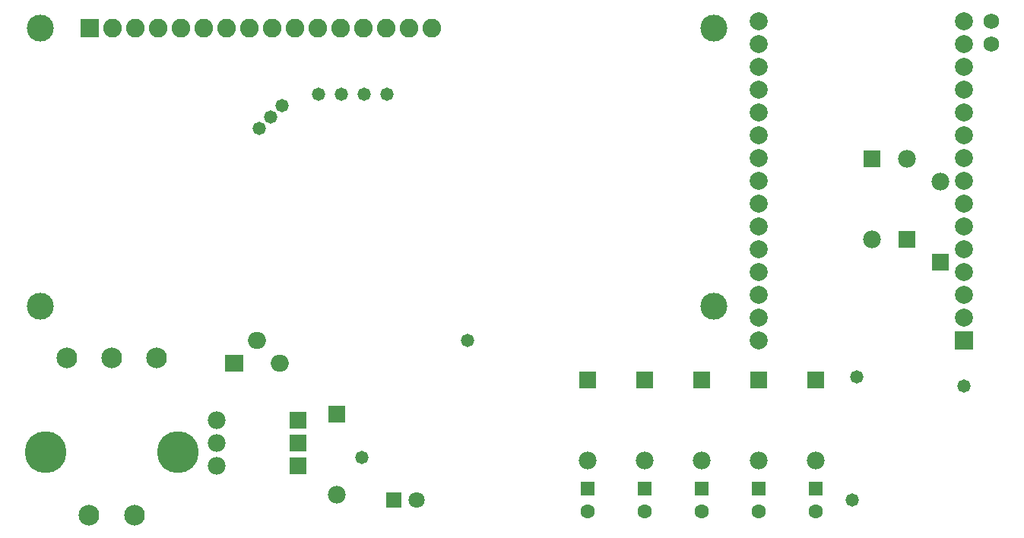
<source format=gbr>
%TF.GenerationSoftware,Altium Limited,Altium Designer,24.9.1 (31)*%
G04 Layer_Color=16711935*
%FSLAX45Y45*%
%MOMM*%
%TF.SameCoordinates,93858F84-5B26-42CC-8C8E-0B90E3909A9F*%
%TF.FilePolarity,Negative*%
%TF.FileFunction,Soldermask,Bot*%
%TF.Part,Single*%
G01*
G75*
%TA.AperFunction,ComponentPad*%
%ADD18C,2.00000*%
%ADD19R,2.00000X2.00000*%
%TA.AperFunction,ViaPad*%
%ADD36C,1.72720*%
%TA.AperFunction,ComponentPad*%
%ADD37C,3.00320*%
%ADD38C,2.08280*%
%ADD39R,2.08280X2.08280*%
%ADD40C,1.98120*%
%ADD41R,1.98120X1.98120*%
%ADD42C,2.30320*%
%ADD43C,4.66320*%
%ADD44C,1.60320*%
%ADD45R,1.60320X1.60320*%
%ADD46R,2.00320X1.90320*%
%ADD47O,2.00320X1.90320*%
%ADD48R,1.98120X1.98120*%
%ADD49C,1.80320*%
%ADD50R,1.80320X1.80320*%
%TA.AperFunction,ViaPad*%
%ADD51C,1.47320*%
D18*
X11049000Y8763000D02*
D03*
Y9017000D02*
D03*
Y9271000D02*
D03*
Y9525000D02*
D03*
Y9779000D02*
D03*
Y10033000D02*
D03*
Y10287000D02*
D03*
Y10541000D02*
D03*
Y10795000D02*
D03*
Y11049000D02*
D03*
Y11303000D02*
D03*
Y11557000D02*
D03*
Y11811000D02*
D03*
Y12065000D02*
D03*
Y12319000D02*
D03*
X13335001D02*
D03*
Y12065000D02*
D03*
Y11811000D02*
D03*
Y11557000D02*
D03*
Y11303000D02*
D03*
Y11049000D02*
D03*
Y10795000D02*
D03*
Y10541000D02*
D03*
Y10287000D02*
D03*
Y10033000D02*
D03*
Y9779000D02*
D03*
Y9525000D02*
D03*
Y9271000D02*
D03*
Y9017000D02*
D03*
D19*
Y8763000D02*
D03*
D36*
X13639799Y12065000D02*
D03*
Y12319000D02*
D03*
D37*
X10548000Y9144000D02*
D03*
Y12243999D02*
D03*
X3048000Y9144000D02*
D03*
Y12243999D02*
D03*
D38*
X7408001D02*
D03*
X7154001D02*
D03*
X6900001D02*
D03*
X6646001D02*
D03*
X6392001D02*
D03*
X6138001D02*
D03*
X5884001D02*
D03*
X5630001D02*
D03*
X5376001D02*
D03*
X5122001D02*
D03*
X4868001D02*
D03*
X4614001D02*
D03*
X4360001D02*
D03*
X4106001D02*
D03*
X3852001D02*
D03*
D39*
X3598001D02*
D03*
D40*
X9144000Y7423998D02*
D03*
X13068300Y10533802D02*
D03*
X12306300Y9887798D02*
D03*
X12700000Y10787802D02*
D03*
X9779000Y7423998D02*
D03*
X11684000D02*
D03*
X11049000D02*
D03*
X10414000D02*
D03*
X6350000Y7042998D02*
D03*
X5010998Y7874000D02*
D03*
Y7366000D02*
D03*
Y7620000D02*
D03*
D41*
X9144000Y8324002D02*
D03*
X13068300Y9633798D02*
D03*
X12306300Y10787802D02*
D03*
X12700000Y9887798D02*
D03*
X9779000Y8324002D02*
D03*
X11684000D02*
D03*
X11049000D02*
D03*
X10414000D02*
D03*
X6350000Y7943002D02*
D03*
D42*
X4340103Y8572500D02*
D03*
X3840099D02*
D03*
X3340100D02*
D03*
X4090101Y6822501D02*
D03*
X3590102D02*
D03*
D43*
X4580103Y7522500D02*
D03*
X3100100D02*
D03*
D44*
X11684000Y6858000D02*
D03*
X9144000D02*
D03*
X9779000D02*
D03*
X10414000D02*
D03*
X11049000D02*
D03*
D45*
X11684000Y7112000D02*
D03*
X9144000D02*
D03*
X9779000D02*
D03*
X10414000D02*
D03*
X11049000D02*
D03*
D46*
X5207000Y8509000D02*
D03*
D47*
X5461000Y8763000D02*
D03*
X5715000Y8509000D02*
D03*
D48*
X5911002Y7874000D02*
D03*
Y7366000D02*
D03*
Y7620000D02*
D03*
D49*
X7239000Y6985000D02*
D03*
D50*
X6985000D02*
D03*
D51*
X13335001Y8255000D02*
D03*
X6621780Y7459980D02*
D03*
X12141200Y8356600D02*
D03*
X12090400Y6990080D02*
D03*
X6908800Y11506200D02*
D03*
X6654800D02*
D03*
X6400800D02*
D03*
X6146800D02*
D03*
X5740400Y11379200D02*
D03*
X5613400Y11252200D02*
D03*
X5486400Y11125200D02*
D03*
X7803358Y8763000D02*
D03*
%TF.MD5,7d85bc816c8e10eca4f574ce8143bbcd*%
M02*

</source>
